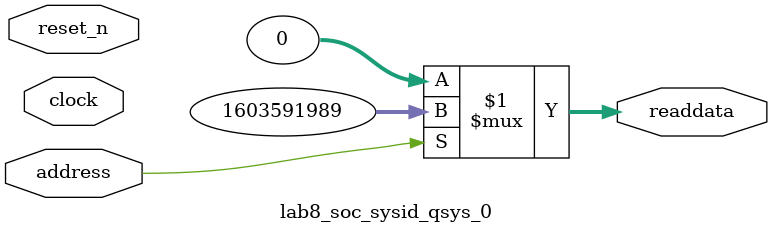
<source format=v>



// synthesis translate_off
`timescale 1ns / 1ps
// synthesis translate_on

// turn off superfluous verilog processor warnings 
// altera message_level Level1 
// altera message_off 10034 10035 10036 10037 10230 10240 10030 

module lab8_soc_sysid_qsys_0 (
               // inputs:
                address,
                clock,
                reset_n,

               // outputs:
                readdata
             )
;

  output  [ 31: 0] readdata;
  input            address;
  input            clock;
  input            reset_n;

  wire    [ 31: 0] readdata;
  //control_slave, which is an e_avalon_slave
  assign readdata = address ? 1603591989 : 0;

endmodule



</source>
